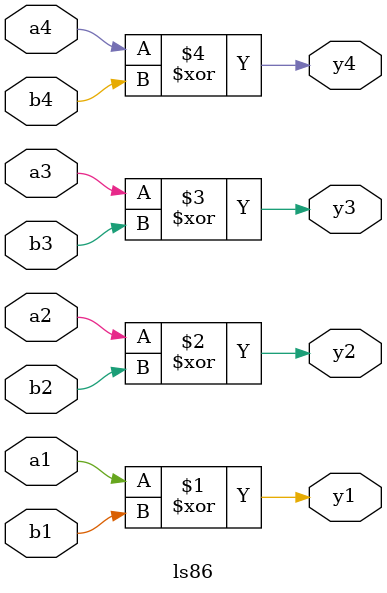
<source format=sv>

/*     _____________
     _|             |_
a1  |_|1          14|_| VCC
     _|             |_                     
b1  |_|2          13|_| a4
     _|             |_
y1  |_|3          12|_| b4
     _|             |_
a2  |_|4          11|_| y4
     _|             |_
b2  |_|5          10|_| a3
     _|             |_
y2  |_|6           9|_| b3
     _|             |_
GND |_|7           8|_| y3
      |_____________|
*/

module ls86
(
	input  a1, a2, a3, a4,
	input  b1, b2, b3, b4,
	output y1, y2, y3, y4
);

assign y1 = a1 ^ b1;
assign y2 = a2 ^ b2;
assign y3 = a3 ^ b3;
assign y4 = a4 ^ b4;
	
endmodule

</source>
